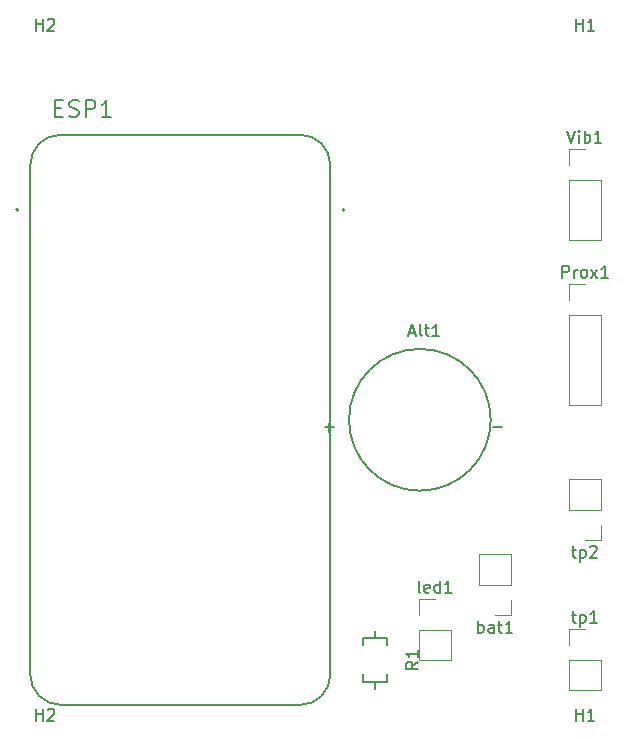
<source format=gbr>
%TF.GenerationSoftware,KiCad,Pcbnew,(5.1.12)-1*%
%TF.CreationDate,2021-12-07T17:24:08+01:00*%
%TF.ProjectId,PCB_Chair_tracker,5043425f-4368-4616-9972-5f747261636b,rev?*%
%TF.SameCoordinates,Original*%
%TF.FileFunction,Legend,Top*%
%TF.FilePolarity,Positive*%
%FSLAX46Y46*%
G04 Gerber Fmt 4.6, Leading zero omitted, Abs format (unit mm)*
G04 Created by KiCad (PCBNEW (5.1.12)-1) date 2021-12-07 17:24:08*
%MOMM*%
%LPD*%
G01*
G04 APERTURE LIST*
%ADD10C,0.120000*%
%ADD11C,0.200000*%
%ADD12C,0.127000*%
%ADD13C,0.150000*%
G04 APERTURE END LIST*
D10*
%TO.C,tp2*%
X168970000Y-99120000D02*
X167640000Y-99120000D01*
X168970000Y-97790000D02*
X168970000Y-99120000D01*
X168970000Y-96520000D02*
X166310000Y-96520000D01*
X166310000Y-96520000D02*
X166310000Y-93920000D01*
X168970000Y-96520000D02*
X168970000Y-93920000D01*
X168970000Y-93920000D02*
X166310000Y-93920000D01*
D11*
%TO.C,ESP1*%
X147300001Y-71120000D02*
G75*
G03*
X147300001Y-71120000I-100000J0D01*
G01*
X119680001Y-71120000D02*
G75*
G03*
X119680001Y-71120000I-100000J0D01*
G01*
D12*
X143550001Y-113030000D02*
X123230001Y-113030000D01*
X146090001Y-67310000D02*
X146090001Y-110490000D01*
X123230001Y-64770000D02*
X143550001Y-64770000D01*
X120690001Y-110490000D02*
X120690001Y-67310000D01*
X120690001Y-67310000D02*
G75*
G02*
X123230001Y-64770000I2540000J0D01*
G01*
X120690001Y-110490000D02*
G75*
G03*
X123230001Y-113030000I2540000J0D01*
G01*
X143550001Y-64770000D02*
G75*
G02*
X146090001Y-67310000I0J-2540000D01*
G01*
X146090001Y-110490000D02*
G75*
G02*
X143550001Y-113030000I-2540000J0D01*
G01*
D10*
%TO.C,Prox1*%
X166310000Y-77410000D02*
X167640000Y-77410000D01*
X166310000Y-78740000D02*
X166310000Y-77410000D01*
X166310000Y-80010000D02*
X168970000Y-80010000D01*
X168970000Y-80010000D02*
X168970000Y-87690000D01*
X166310000Y-80010000D02*
X166310000Y-87690000D01*
X166310000Y-87690000D02*
X168970000Y-87690000D01*
%TO.C,Vib1*%
X166310000Y-65980000D02*
X167640000Y-65980000D01*
X166310000Y-67310000D02*
X166310000Y-65980000D01*
X166310000Y-68580000D02*
X168970000Y-68580000D01*
X168970000Y-68580000D02*
X168970000Y-73720000D01*
X166310000Y-68580000D02*
X166310000Y-73720000D01*
X166310000Y-73720000D02*
X168970000Y-73720000D01*
%TO.C,bat1*%
X161350000Y-105470000D02*
X160020000Y-105470000D01*
X161350000Y-104140000D02*
X161350000Y-105470000D01*
X161350000Y-102870000D02*
X158690000Y-102870000D01*
X158690000Y-102870000D02*
X158690000Y-100270000D01*
X161350000Y-102870000D02*
X161350000Y-100270000D01*
X161350000Y-100270000D02*
X158690000Y-100270000D01*
%TO.C,tp1*%
X166310000Y-111820000D02*
X168970000Y-111820000D01*
X166310000Y-109220000D02*
X166310000Y-111820000D01*
X168970000Y-109220000D02*
X168970000Y-111820000D01*
X166310000Y-109220000D02*
X168970000Y-109220000D01*
X166310000Y-107950000D02*
X166310000Y-106620000D01*
X166310000Y-106620000D02*
X167640000Y-106620000D01*
%TO.C,led1*%
X153610000Y-109280000D02*
X156270000Y-109280000D01*
X153610000Y-106680000D02*
X153610000Y-109280000D01*
X156270000Y-106680000D02*
X156270000Y-109280000D01*
X153610000Y-106680000D02*
X156270000Y-106680000D01*
X153610000Y-105410000D02*
X153610000Y-104080000D01*
X153610000Y-104080000D02*
X154940000Y-104080000D01*
D12*
%TO.C,Alt1*%
X159670000Y-88900000D02*
G75*
G03*
X159670000Y-88900000I-6000000J0D01*
G01*
%TO.C,R1*%
X148860000Y-111070000D02*
X148860000Y-110450000D01*
X149860000Y-111070000D02*
X148860000Y-111070000D01*
X150860000Y-111070000D02*
X150860000Y-110450000D01*
X149860000Y-111070000D02*
X150860000Y-111070000D01*
X149860000Y-111690000D02*
X149860000Y-111070000D01*
X148860000Y-107370000D02*
X148860000Y-107990000D01*
X149860000Y-107370000D02*
X148860000Y-107370000D01*
X150860000Y-107370000D02*
X150860000Y-107990000D01*
X149860000Y-107370000D02*
X150860000Y-107370000D01*
X149860000Y-106750000D02*
X149860000Y-107370000D01*
%TO.C,H1*%
D13*
X166878095Y-114362380D02*
X166878095Y-113362380D01*
X166878095Y-113838571D02*
X167449523Y-113838571D01*
X167449523Y-114362380D02*
X167449523Y-113362380D01*
X168449523Y-114362380D02*
X167878095Y-114362380D01*
X168163809Y-114362380D02*
X168163809Y-113362380D01*
X168068571Y-113505238D01*
X167973333Y-113600476D01*
X167878095Y-113648095D01*
%TO.C,H2*%
X121158095Y-55942380D02*
X121158095Y-54942380D01*
X121158095Y-55418571D02*
X121729523Y-55418571D01*
X121729523Y-55942380D02*
X121729523Y-54942380D01*
X122158095Y-55037619D02*
X122205714Y-54990000D01*
X122300952Y-54942380D01*
X122539047Y-54942380D01*
X122634285Y-54990000D01*
X122681904Y-55037619D01*
X122729523Y-55132857D01*
X122729523Y-55228095D01*
X122681904Y-55370952D01*
X122110476Y-55942380D01*
X122729523Y-55942380D01*
%TO.C,tp2*%
X166520952Y-99905714D02*
X166901904Y-99905714D01*
X166663809Y-99572380D02*
X166663809Y-100429523D01*
X166711428Y-100524761D01*
X166806666Y-100572380D01*
X166901904Y-100572380D01*
X167235238Y-99905714D02*
X167235238Y-100905714D01*
X167235238Y-99953333D02*
X167330476Y-99905714D01*
X167520952Y-99905714D01*
X167616190Y-99953333D01*
X167663809Y-100000952D01*
X167711428Y-100096190D01*
X167711428Y-100381904D01*
X167663809Y-100477142D01*
X167616190Y-100524761D01*
X167520952Y-100572380D01*
X167330476Y-100572380D01*
X167235238Y-100524761D01*
X168092380Y-99667619D02*
X168140000Y-99620000D01*
X168235238Y-99572380D01*
X168473333Y-99572380D01*
X168568571Y-99620000D01*
X168616190Y-99667619D01*
X168663809Y-99762857D01*
X168663809Y-99858095D01*
X168616190Y-100000952D01*
X168044761Y-100572380D01*
X168663809Y-100572380D01*
%TO.C,ESP1*%
X122801667Y-62511000D02*
X123268334Y-62511000D01*
X123468334Y-63244333D02*
X122801667Y-63244333D01*
X122801667Y-61844333D01*
X123468334Y-61844333D01*
X124001667Y-63177666D02*
X124201667Y-63244333D01*
X124535001Y-63244333D01*
X124668334Y-63177666D01*
X124735001Y-63111000D01*
X124801667Y-62977666D01*
X124801667Y-62844333D01*
X124735001Y-62711000D01*
X124668334Y-62644333D01*
X124535001Y-62577666D01*
X124268334Y-62511000D01*
X124135001Y-62444333D01*
X124068334Y-62377666D01*
X124001667Y-62244333D01*
X124001667Y-62111000D01*
X124068334Y-61977666D01*
X124135001Y-61911000D01*
X124268334Y-61844333D01*
X124601667Y-61844333D01*
X124801667Y-61911000D01*
X125401667Y-63244333D02*
X125401667Y-61844333D01*
X125935001Y-61844333D01*
X126068334Y-61911000D01*
X126135001Y-61977666D01*
X126201667Y-62111000D01*
X126201667Y-62311000D01*
X126135001Y-62444333D01*
X126068334Y-62511000D01*
X125935001Y-62577666D01*
X125401667Y-62577666D01*
X127535001Y-63244333D02*
X126735001Y-63244333D01*
X127135001Y-63244333D02*
X127135001Y-61844333D01*
X127001667Y-62044333D01*
X126868334Y-62177666D01*
X126735001Y-62244333D01*
%TO.C,Prox1*%
X165735238Y-76862380D02*
X165735238Y-75862380D01*
X166116190Y-75862380D01*
X166211428Y-75910000D01*
X166259047Y-75957619D01*
X166306666Y-76052857D01*
X166306666Y-76195714D01*
X166259047Y-76290952D01*
X166211428Y-76338571D01*
X166116190Y-76386190D01*
X165735238Y-76386190D01*
X166735238Y-76862380D02*
X166735238Y-76195714D01*
X166735238Y-76386190D02*
X166782857Y-76290952D01*
X166830476Y-76243333D01*
X166925714Y-76195714D01*
X167020952Y-76195714D01*
X167497142Y-76862380D02*
X167401904Y-76814761D01*
X167354285Y-76767142D01*
X167306666Y-76671904D01*
X167306666Y-76386190D01*
X167354285Y-76290952D01*
X167401904Y-76243333D01*
X167497142Y-76195714D01*
X167640000Y-76195714D01*
X167735238Y-76243333D01*
X167782857Y-76290952D01*
X167830476Y-76386190D01*
X167830476Y-76671904D01*
X167782857Y-76767142D01*
X167735238Y-76814761D01*
X167640000Y-76862380D01*
X167497142Y-76862380D01*
X168163809Y-76862380D02*
X168687619Y-76195714D01*
X168163809Y-76195714D02*
X168687619Y-76862380D01*
X169592380Y-76862380D02*
X169020952Y-76862380D01*
X169306666Y-76862380D02*
X169306666Y-75862380D01*
X169211428Y-76005238D01*
X169116190Y-76100476D01*
X169020952Y-76148095D01*
%TO.C,Vib1*%
X166140000Y-64432380D02*
X166473333Y-65432380D01*
X166806666Y-64432380D01*
X167140000Y-65432380D02*
X167140000Y-64765714D01*
X167140000Y-64432380D02*
X167092380Y-64480000D01*
X167140000Y-64527619D01*
X167187619Y-64480000D01*
X167140000Y-64432380D01*
X167140000Y-64527619D01*
X167616190Y-65432380D02*
X167616190Y-64432380D01*
X167616190Y-64813333D02*
X167711428Y-64765714D01*
X167901904Y-64765714D01*
X167997142Y-64813333D01*
X168044761Y-64860952D01*
X168092380Y-64956190D01*
X168092380Y-65241904D01*
X168044761Y-65337142D01*
X167997142Y-65384761D01*
X167901904Y-65432380D01*
X167711428Y-65432380D01*
X167616190Y-65384761D01*
X169044761Y-65432380D02*
X168473333Y-65432380D01*
X168759047Y-65432380D02*
X168759047Y-64432380D01*
X168663809Y-64575238D01*
X168568571Y-64670476D01*
X168473333Y-64718095D01*
%TO.C,bat1*%
X158591428Y-106922380D02*
X158591428Y-105922380D01*
X158591428Y-106303333D02*
X158686666Y-106255714D01*
X158877142Y-106255714D01*
X158972380Y-106303333D01*
X159020000Y-106350952D01*
X159067619Y-106446190D01*
X159067619Y-106731904D01*
X159020000Y-106827142D01*
X158972380Y-106874761D01*
X158877142Y-106922380D01*
X158686666Y-106922380D01*
X158591428Y-106874761D01*
X159924761Y-106922380D02*
X159924761Y-106398571D01*
X159877142Y-106303333D01*
X159781904Y-106255714D01*
X159591428Y-106255714D01*
X159496190Y-106303333D01*
X159924761Y-106874761D02*
X159829523Y-106922380D01*
X159591428Y-106922380D01*
X159496190Y-106874761D01*
X159448571Y-106779523D01*
X159448571Y-106684285D01*
X159496190Y-106589047D01*
X159591428Y-106541428D01*
X159829523Y-106541428D01*
X159924761Y-106493809D01*
X160258095Y-106255714D02*
X160639047Y-106255714D01*
X160400952Y-105922380D02*
X160400952Y-106779523D01*
X160448571Y-106874761D01*
X160543809Y-106922380D01*
X160639047Y-106922380D01*
X161496190Y-106922380D02*
X160924761Y-106922380D01*
X161210476Y-106922380D02*
X161210476Y-105922380D01*
X161115238Y-106065238D01*
X161020000Y-106160476D01*
X160924761Y-106208095D01*
%TO.C,tp1*%
X166520952Y-105405714D02*
X166901904Y-105405714D01*
X166663809Y-105072380D02*
X166663809Y-105929523D01*
X166711428Y-106024761D01*
X166806666Y-106072380D01*
X166901904Y-106072380D01*
X167235238Y-105405714D02*
X167235238Y-106405714D01*
X167235238Y-105453333D02*
X167330476Y-105405714D01*
X167520952Y-105405714D01*
X167616190Y-105453333D01*
X167663809Y-105500952D01*
X167711428Y-105596190D01*
X167711428Y-105881904D01*
X167663809Y-105977142D01*
X167616190Y-106024761D01*
X167520952Y-106072380D01*
X167330476Y-106072380D01*
X167235238Y-106024761D01*
X168663809Y-106072380D02*
X168092380Y-106072380D01*
X168378095Y-106072380D02*
X168378095Y-105072380D01*
X168282857Y-105215238D01*
X168187619Y-105310476D01*
X168092380Y-105358095D01*
%TO.C,led1*%
X153701904Y-103532380D02*
X153606666Y-103484761D01*
X153559047Y-103389523D01*
X153559047Y-102532380D01*
X154463809Y-103484761D02*
X154368571Y-103532380D01*
X154178095Y-103532380D01*
X154082857Y-103484761D01*
X154035238Y-103389523D01*
X154035238Y-103008571D01*
X154082857Y-102913333D01*
X154178095Y-102865714D01*
X154368571Y-102865714D01*
X154463809Y-102913333D01*
X154511428Y-103008571D01*
X154511428Y-103103809D01*
X154035238Y-103199047D01*
X155368571Y-103532380D02*
X155368571Y-102532380D01*
X155368571Y-103484761D02*
X155273333Y-103532380D01*
X155082857Y-103532380D01*
X154987619Y-103484761D01*
X154940000Y-103437142D01*
X154892380Y-103341904D01*
X154892380Y-103056190D01*
X154940000Y-102960952D01*
X154987619Y-102913333D01*
X155082857Y-102865714D01*
X155273333Y-102865714D01*
X155368571Y-102913333D01*
X156368571Y-103532380D02*
X155797142Y-103532380D01*
X156082857Y-103532380D02*
X156082857Y-102532380D01*
X155987619Y-102675238D01*
X155892380Y-102770476D01*
X155797142Y-102818095D01*
%TO.C,Alt1*%
X152781911Y-81521766D02*
X153258743Y-81521766D01*
X152686545Y-81807864D02*
X153020327Y-80806518D01*
X153354109Y-81807864D01*
X153830940Y-81807864D02*
X153735574Y-81760181D01*
X153687891Y-81664815D01*
X153687891Y-80806518D01*
X154069356Y-81140300D02*
X154450821Y-81140300D01*
X154212406Y-80806518D02*
X154212406Y-81664815D01*
X154260089Y-81760181D01*
X154355455Y-81807864D01*
X154450821Y-81807864D01*
X155309118Y-81807864D02*
X154736920Y-81807864D01*
X155023019Y-81807864D02*
X155023019Y-80806518D01*
X154927653Y-80949568D01*
X154832286Y-81044934D01*
X154736920Y-81092617D01*
X145633015Y-89542713D02*
X146396444Y-89542713D01*
X146014730Y-89924427D02*
X146014730Y-89160999D01*
X159896130Y-89542437D02*
X160659229Y-89542437D01*
%TO.C,R1*%
X153495663Y-109387047D02*
X153018386Y-109721141D01*
X153495663Y-109959780D02*
X152493380Y-109959780D01*
X152493380Y-109577958D01*
X152541108Y-109482502D01*
X152588836Y-109434774D01*
X152684291Y-109387047D01*
X152827475Y-109387047D01*
X152922930Y-109434774D01*
X152970658Y-109482502D01*
X153018386Y-109577958D01*
X153018386Y-109959780D01*
X153495663Y-108432491D02*
X153495663Y-109005225D01*
X153495663Y-108718858D02*
X152493380Y-108718858D01*
X152636564Y-108814314D01*
X152732019Y-108909769D01*
X152779747Y-109005225D01*
%TO.C,H1*%
X166878095Y-55942380D02*
X166878095Y-54942380D01*
X166878095Y-55418571D02*
X167449523Y-55418571D01*
X167449523Y-55942380D02*
X167449523Y-54942380D01*
X168449523Y-55942380D02*
X167878095Y-55942380D01*
X168163809Y-55942380D02*
X168163809Y-54942380D01*
X168068571Y-55085238D01*
X167973333Y-55180476D01*
X167878095Y-55228095D01*
%TO.C,H2*%
X121158095Y-114362380D02*
X121158095Y-113362380D01*
X121158095Y-113838571D02*
X121729523Y-113838571D01*
X121729523Y-114362380D02*
X121729523Y-113362380D01*
X122158095Y-113457619D02*
X122205714Y-113410000D01*
X122300952Y-113362380D01*
X122539047Y-113362380D01*
X122634285Y-113410000D01*
X122681904Y-113457619D01*
X122729523Y-113552857D01*
X122729523Y-113648095D01*
X122681904Y-113790952D01*
X122110476Y-114362380D01*
X122729523Y-114362380D01*
%TD*%
M02*

</source>
